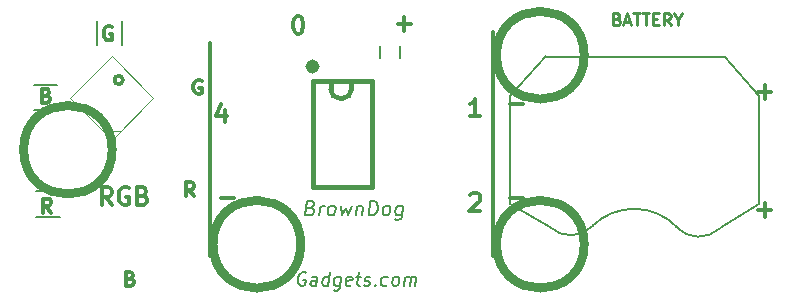
<source format=gto>
G04 #@! TF.FileFunction,Legend,Top*
%FSLAX46Y46*%
G04 Gerber Fmt 4.6, Leading zero omitted, Abs format (unit mm)*
G04 Created by KiCad (PCBNEW (2015-08-15 BZR 6092)-product) date 3/13/2016 3:57:28 PM*
%MOMM*%
G01*
G04 APERTURE LIST*
%ADD10C,0.100000*%
%ADD11C,0.300000*%
%ADD12C,0.200000*%
%ADD13C,0.250000*%
%ADD14C,0.800000*%
%ADD15C,0.600000*%
%ADD16C,0.400000*%
%ADD17C,0.150000*%
G04 APERTURE END LIST*
D10*
D11*
X117660555Y-42100000D02*
G75*
G03X117660555Y-42100000I-360555J0D01*
G01*
D12*
X133181250Y-58400000D02*
X133083631Y-58342857D01*
X132926488Y-58342857D01*
X132762203Y-58400000D01*
X132643155Y-58514286D01*
X132576489Y-58628571D01*
X132495536Y-58857143D01*
X132474108Y-59028571D01*
X132497917Y-59257143D01*
X132536012Y-59371429D01*
X132626489Y-59485714D01*
X132776488Y-59542857D01*
X132881250Y-59542857D01*
X133045536Y-59485714D01*
X133105060Y-59428571D01*
X133155060Y-59028571D01*
X132945536Y-59028571D01*
X134033631Y-59542857D02*
X134112202Y-58914286D01*
X134074107Y-58800000D01*
X133976488Y-58742857D01*
X133766965Y-58742857D01*
X133655060Y-58800000D01*
X134040774Y-59485714D02*
X133928869Y-59542857D01*
X133666965Y-59542857D01*
X133569346Y-59485714D01*
X133531250Y-59371429D01*
X133545536Y-59257143D01*
X133612203Y-59142857D01*
X133724108Y-59085714D01*
X133986012Y-59085714D01*
X134097917Y-59028571D01*
X135028869Y-59542857D02*
X135178869Y-58342857D01*
X135036012Y-59485714D02*
X134924107Y-59542857D01*
X134714584Y-59542857D01*
X134616965Y-59485714D01*
X134571727Y-59428571D01*
X134533631Y-59314286D01*
X134576488Y-58971429D01*
X134643155Y-58857143D01*
X134702679Y-58800000D01*
X134814584Y-58742857D01*
X135024107Y-58742857D01*
X135121726Y-58800000D01*
X136124107Y-58742857D02*
X136002678Y-59714286D01*
X135936012Y-59828571D01*
X135876488Y-59885714D01*
X135764584Y-59942857D01*
X135607441Y-59942857D01*
X135509822Y-59885714D01*
X136031250Y-59485714D02*
X135919345Y-59542857D01*
X135709822Y-59542857D01*
X135612203Y-59485714D01*
X135566965Y-59428571D01*
X135528869Y-59314286D01*
X135571726Y-58971429D01*
X135638393Y-58857143D01*
X135697917Y-58800000D01*
X135809822Y-58742857D01*
X136019345Y-58742857D01*
X136116964Y-58800000D01*
X136974107Y-59485714D02*
X136862202Y-59542857D01*
X136652679Y-59542857D01*
X136555060Y-59485714D01*
X136516964Y-59371429D01*
X136574107Y-58914286D01*
X136640774Y-58800000D01*
X136752679Y-58742857D01*
X136962202Y-58742857D01*
X137059821Y-58800000D01*
X137097916Y-58914286D01*
X137083631Y-59028571D01*
X136545536Y-59142857D01*
X137433631Y-58742857D02*
X137852679Y-58742857D01*
X137640774Y-58342857D02*
X137512202Y-59371429D01*
X137550298Y-59485714D01*
X137647917Y-59542857D01*
X137752679Y-59542857D01*
X138074107Y-59485714D02*
X138171726Y-59542857D01*
X138381250Y-59542857D01*
X138493154Y-59485714D01*
X138559820Y-59371429D01*
X138566963Y-59314286D01*
X138528868Y-59200000D01*
X138431250Y-59142857D01*
X138274107Y-59142857D01*
X138176488Y-59085714D01*
X138138392Y-58971429D01*
X138145535Y-58914286D01*
X138212202Y-58800000D01*
X138324107Y-58742857D01*
X138481250Y-58742857D01*
X138578868Y-58800000D01*
X139024107Y-59428571D02*
X139069345Y-59485714D01*
X139009821Y-59542857D01*
X138964583Y-59485714D01*
X139024107Y-59428571D01*
X139009821Y-59542857D01*
X140012202Y-59485714D02*
X139900297Y-59542857D01*
X139690774Y-59542857D01*
X139593155Y-59485714D01*
X139547917Y-59428571D01*
X139509821Y-59314286D01*
X139552678Y-58971429D01*
X139619345Y-58857143D01*
X139678869Y-58800000D01*
X139790774Y-58742857D01*
X140000297Y-58742857D01*
X140097916Y-58800000D01*
X140633631Y-59542857D02*
X140536012Y-59485714D01*
X140490774Y-59428571D01*
X140452678Y-59314286D01*
X140495535Y-58971429D01*
X140562202Y-58857143D01*
X140621726Y-58800000D01*
X140733631Y-58742857D01*
X140890773Y-58742857D01*
X140988392Y-58800000D01*
X141033630Y-58857143D01*
X141071725Y-58971429D01*
X141028868Y-59314286D01*
X140962202Y-59428571D01*
X140902678Y-59485714D01*
X140790773Y-59542857D01*
X140633631Y-59542857D01*
X141471726Y-59542857D02*
X141571726Y-58742857D01*
X141557440Y-58857143D02*
X141616964Y-58800000D01*
X141728869Y-58742857D01*
X141886011Y-58742857D01*
X141983630Y-58800000D01*
X142021725Y-58914286D01*
X141943154Y-59542857D01*
X142021725Y-58914286D02*
X142088392Y-58800000D01*
X142200297Y-58742857D01*
X142357440Y-58742857D01*
X142455059Y-58800000D01*
X142493154Y-58914286D01*
X142414583Y-59542857D01*
D11*
X125000000Y-39000000D02*
X125000000Y-57000000D01*
X118285714Y-58914286D02*
X118457143Y-58971429D01*
X118514286Y-59028571D01*
X118571429Y-59142857D01*
X118571429Y-59314286D01*
X118514286Y-59428571D01*
X118457143Y-59485714D01*
X118342857Y-59542857D01*
X117885714Y-59542857D01*
X117885714Y-58342857D01*
X118285714Y-58342857D01*
X118400000Y-58400000D01*
X118457143Y-58457143D01*
X118514286Y-58571429D01*
X118514286Y-58685714D01*
X118457143Y-58800000D01*
X118400000Y-58857143D01*
X118285714Y-58914286D01*
X117885714Y-58914286D01*
X123671429Y-51942857D02*
X123271429Y-51371429D01*
X122985714Y-51942857D02*
X122985714Y-50742857D01*
X123442857Y-50742857D01*
X123557143Y-50800000D01*
X123614286Y-50857143D01*
X123671429Y-50971429D01*
X123671429Y-51142857D01*
X123614286Y-51257143D01*
X123557143Y-51314286D01*
X123442857Y-51371429D01*
X122985714Y-51371429D01*
X124314286Y-42150000D02*
X124200000Y-42092857D01*
X124028571Y-42092857D01*
X123857143Y-42150000D01*
X123742857Y-42264286D01*
X123685714Y-42378571D01*
X123628571Y-42607143D01*
X123628571Y-42778571D01*
X123685714Y-43007143D01*
X123742857Y-43121429D01*
X123857143Y-43235714D01*
X124028571Y-43292857D01*
X124142857Y-43292857D01*
X124314286Y-43235714D01*
X124371429Y-43178571D01*
X124371429Y-42778571D01*
X124142857Y-42778571D01*
X116714286Y-52678571D02*
X116214286Y-51964286D01*
X115857143Y-52678571D02*
X115857143Y-51178571D01*
X116428571Y-51178571D01*
X116571429Y-51250000D01*
X116642857Y-51321429D01*
X116714286Y-51464286D01*
X116714286Y-51678571D01*
X116642857Y-51821429D01*
X116571429Y-51892857D01*
X116428571Y-51964286D01*
X115857143Y-51964286D01*
X118142857Y-51250000D02*
X118000000Y-51178571D01*
X117785714Y-51178571D01*
X117571429Y-51250000D01*
X117428571Y-51392857D01*
X117357143Y-51535714D01*
X117285714Y-51821429D01*
X117285714Y-52035714D01*
X117357143Y-52321429D01*
X117428571Y-52464286D01*
X117571429Y-52607143D01*
X117785714Y-52678571D01*
X117928571Y-52678571D01*
X118142857Y-52607143D01*
X118214286Y-52535714D01*
X118214286Y-52035714D01*
X117928571Y-52035714D01*
X119357143Y-51892857D02*
X119571429Y-51964286D01*
X119642857Y-52035714D01*
X119714286Y-52178571D01*
X119714286Y-52392857D01*
X119642857Y-52535714D01*
X119571429Y-52607143D01*
X119428571Y-52678571D01*
X118857143Y-52678571D01*
X118857143Y-51178571D01*
X119357143Y-51178571D01*
X119500000Y-51250000D01*
X119571429Y-51321429D01*
X119642857Y-51464286D01*
X119642857Y-51607143D01*
X119571429Y-51750000D01*
X119500000Y-51821429D01*
X119357143Y-51892857D01*
X118857143Y-51892857D01*
X111185714Y-43414286D02*
X111357143Y-43471429D01*
X111414286Y-43528571D01*
X111471429Y-43642857D01*
X111471429Y-43814286D01*
X111414286Y-43928571D01*
X111357143Y-43985714D01*
X111242857Y-44042857D01*
X110785714Y-44042857D01*
X110785714Y-42842857D01*
X111185714Y-42842857D01*
X111300000Y-42900000D01*
X111357143Y-42957143D01*
X111414286Y-43071429D01*
X111414286Y-43185714D01*
X111357143Y-43300000D01*
X111300000Y-43357143D01*
X111185714Y-43414286D01*
X110785714Y-43414286D01*
X116714286Y-37600000D02*
X116600000Y-37542857D01*
X116428571Y-37542857D01*
X116257143Y-37600000D01*
X116142857Y-37714286D01*
X116085714Y-37828571D01*
X116028571Y-38057143D01*
X116028571Y-38228571D01*
X116085714Y-38457143D01*
X116142857Y-38571429D01*
X116257143Y-38685714D01*
X116428571Y-38742857D01*
X116542857Y-38742857D01*
X116714286Y-38685714D01*
X116771429Y-38628571D01*
X116771429Y-38228571D01*
X116542857Y-38228571D01*
X111571429Y-53342857D02*
X111171429Y-52771429D01*
X110885714Y-53342857D02*
X110885714Y-52142857D01*
X111342857Y-52142857D01*
X111457143Y-52200000D01*
X111514286Y-52257143D01*
X111571429Y-52371429D01*
X111571429Y-52542857D01*
X111514286Y-52657143D01*
X111457143Y-52714286D01*
X111342857Y-52771429D01*
X110885714Y-52771429D01*
X149000000Y-38000000D02*
X149000000Y-57000000D01*
D13*
X159500000Y-36928571D02*
X159642857Y-36976190D01*
X159690476Y-37023810D01*
X159738095Y-37119048D01*
X159738095Y-37261905D01*
X159690476Y-37357143D01*
X159642857Y-37404762D01*
X159547619Y-37452381D01*
X159166666Y-37452381D01*
X159166666Y-36452381D01*
X159500000Y-36452381D01*
X159595238Y-36500000D01*
X159642857Y-36547619D01*
X159690476Y-36642857D01*
X159690476Y-36738095D01*
X159642857Y-36833333D01*
X159595238Y-36880952D01*
X159500000Y-36928571D01*
X159166666Y-36928571D01*
X160119047Y-37166667D02*
X160595238Y-37166667D01*
X160023809Y-37452381D02*
X160357142Y-36452381D01*
X160690476Y-37452381D01*
X160880952Y-36452381D02*
X161452381Y-36452381D01*
X161166666Y-37452381D02*
X161166666Y-36452381D01*
X161642857Y-36452381D02*
X162214286Y-36452381D01*
X161928571Y-37452381D02*
X161928571Y-36452381D01*
X162547619Y-36928571D02*
X162880953Y-36928571D01*
X163023810Y-37452381D02*
X162547619Y-37452381D01*
X162547619Y-36452381D01*
X163023810Y-36452381D01*
X164023810Y-37452381D02*
X163690476Y-36976190D01*
X163452381Y-37452381D02*
X163452381Y-36452381D01*
X163833334Y-36452381D01*
X163928572Y-36500000D01*
X163976191Y-36547619D01*
X164023810Y-36642857D01*
X164023810Y-36785714D01*
X163976191Y-36880952D01*
X163928572Y-36928571D01*
X163833334Y-36976190D01*
X163452381Y-36976190D01*
X164642857Y-36976190D02*
X164642857Y-37452381D01*
X164309524Y-36452381D02*
X164642857Y-36976190D01*
X164976191Y-36452381D01*
D12*
X133575000Y-52914286D02*
X133739286Y-52971429D01*
X133789287Y-53028571D01*
X133832144Y-53142857D01*
X133810715Y-53314286D01*
X133739287Y-53428571D01*
X133675001Y-53485714D01*
X133553572Y-53542857D01*
X133096429Y-53542857D01*
X133246429Y-52342857D01*
X133646429Y-52342857D01*
X133753572Y-52400000D01*
X133803572Y-52457143D01*
X133846429Y-52571429D01*
X133832144Y-52685714D01*
X133760715Y-52800000D01*
X133696429Y-52857143D01*
X133575000Y-52914286D01*
X133175000Y-52914286D01*
X134296429Y-53542857D02*
X134396429Y-52742857D01*
X134367857Y-52971429D02*
X134439286Y-52857143D01*
X134503572Y-52800000D01*
X134625001Y-52742857D01*
X134739286Y-52742857D01*
X135210715Y-53542857D02*
X135103572Y-53485714D01*
X135053572Y-53428571D01*
X135010714Y-53314286D01*
X135053571Y-52971429D01*
X135125000Y-52857143D01*
X135189286Y-52800000D01*
X135310715Y-52742857D01*
X135482143Y-52742857D01*
X135589286Y-52800000D01*
X135639286Y-52857143D01*
X135682143Y-52971429D01*
X135639286Y-53314286D01*
X135567858Y-53428571D01*
X135503572Y-53485714D01*
X135382143Y-53542857D01*
X135210715Y-53542857D01*
X136110715Y-52742857D02*
X136239286Y-53542857D01*
X136539285Y-52971429D01*
X136696429Y-53542857D01*
X137025000Y-52742857D01*
X137482143Y-52742857D02*
X137382143Y-53542857D01*
X137467857Y-52857143D02*
X137532143Y-52800000D01*
X137653572Y-52742857D01*
X137825000Y-52742857D01*
X137932143Y-52800000D01*
X137975000Y-52914286D01*
X137896429Y-53542857D01*
X138467857Y-53542857D02*
X138617857Y-52342857D01*
X138903572Y-52342857D01*
X139067857Y-52400000D01*
X139167857Y-52514286D01*
X139210715Y-52628571D01*
X139239286Y-52857143D01*
X139217858Y-53028571D01*
X139132143Y-53257143D01*
X139060714Y-53371429D01*
X138932143Y-53485714D01*
X138753572Y-53542857D01*
X138467857Y-53542857D01*
X139839286Y-53542857D02*
X139732143Y-53485714D01*
X139682143Y-53428571D01*
X139639285Y-53314286D01*
X139682142Y-52971429D01*
X139753571Y-52857143D01*
X139817857Y-52800000D01*
X139939286Y-52742857D01*
X140110714Y-52742857D01*
X140217857Y-52800000D01*
X140267857Y-52857143D01*
X140310714Y-52971429D01*
X140267857Y-53314286D01*
X140196429Y-53428571D01*
X140132143Y-53485714D01*
X140010714Y-53542857D01*
X139839286Y-53542857D01*
X141367857Y-52742857D02*
X141246428Y-53714286D01*
X141175000Y-53828571D01*
X141110714Y-53885714D01*
X140989286Y-53942857D01*
X140817857Y-53942857D01*
X140710714Y-53885714D01*
X141275000Y-53485714D02*
X141153571Y-53542857D01*
X140925000Y-53542857D01*
X140817857Y-53485714D01*
X140767857Y-53428571D01*
X140724999Y-53314286D01*
X140767856Y-52971429D01*
X140839285Y-52857143D01*
X140903571Y-52800000D01*
X141025000Y-52742857D01*
X141253571Y-52742857D01*
X141360714Y-52800000D01*
D11*
X147071429Y-51821429D02*
X147142858Y-51750000D01*
X147285715Y-51678571D01*
X147642858Y-51678571D01*
X147785715Y-51750000D01*
X147857144Y-51821429D01*
X147928572Y-51964286D01*
X147928572Y-52107143D01*
X147857144Y-52321429D01*
X147000001Y-53178571D01*
X147928572Y-53178571D01*
D14*
X156716517Y-56000000D02*
G75*
G03X156716517Y-56000000I-3716517J0D01*
G01*
X132716517Y-56000000D02*
G75*
G03X132716517Y-56000000I-3716517J0D01*
G01*
X116750000Y-48000000D02*
G75*
G03X116750000Y-48000000I-3750000J0D01*
G01*
X156716517Y-40000000D02*
G75*
G03X156716517Y-40000000I-3716517J0D01*
G01*
D11*
X150428572Y-44107143D02*
X151571429Y-44107143D01*
X150428572Y-52107143D02*
X151571429Y-52107143D01*
X171428572Y-43107143D02*
X172571429Y-43107143D01*
X172000000Y-43678571D02*
X172000000Y-42535714D01*
X171428572Y-53107143D02*
X172571429Y-53107143D01*
X172000000Y-53678571D02*
X172000000Y-52535714D01*
X132428572Y-36678571D02*
X132571429Y-36678571D01*
X132714286Y-36750000D01*
X132785715Y-36821429D01*
X132857144Y-36964286D01*
X132928572Y-37250000D01*
X132928572Y-37607143D01*
X132857144Y-37892857D01*
X132785715Y-38035714D01*
X132714286Y-38107143D01*
X132571429Y-38178571D01*
X132428572Y-38178571D01*
X132285715Y-38107143D01*
X132214286Y-38035714D01*
X132142858Y-37892857D01*
X132071429Y-37607143D01*
X132071429Y-37250000D01*
X132142858Y-36964286D01*
X132214286Y-36821429D01*
X132285715Y-36750000D01*
X132428572Y-36678571D01*
X125928572Y-52107143D02*
X127071429Y-52107143D01*
X147928572Y-45178571D02*
X147071429Y-45178571D01*
X147500001Y-45178571D02*
X147500001Y-43678571D01*
X147357144Y-43892857D01*
X147214286Y-44035714D01*
X147071429Y-44107143D01*
X126285715Y-44678571D02*
X126285715Y-45678571D01*
X125928572Y-44107143D02*
X125571429Y-45178571D01*
X126500001Y-45178571D01*
X140928572Y-37357143D02*
X142071429Y-37357143D01*
X141500000Y-37928571D02*
X141500000Y-36785714D01*
D15*
X134014000Y-40955000D02*
G75*
G03X134014000Y-40955000I-300000J0D01*
G01*
D10*
X117407107Y-46428427D02*
X115922183Y-46357716D01*
X116700000Y-40064466D02*
X120235534Y-43600000D01*
X120235534Y-43600000D02*
X116700000Y-47135534D01*
X116700000Y-47135534D02*
X113164466Y-43600000D01*
X113164466Y-43600000D02*
X116700000Y-40064466D01*
D16*
X136000000Y-43650000D02*
X136250000Y-43650000D01*
X135250000Y-42900000D02*
X135250000Y-42150000D01*
X137000000Y-42900000D02*
X137000000Y-42150000D01*
X136250000Y-43650000D02*
G75*
G03X137000000Y-42900000I0J750000D01*
G01*
X135250000Y-42900000D02*
G75*
G03X136000000Y-43650000I750000J0D01*
G01*
X133750000Y-42150000D02*
X133750000Y-51150000D01*
X133750000Y-51150000D02*
X138750000Y-51150000D01*
X138750000Y-51150000D02*
X138750000Y-42150000D01*
X138750000Y-42150000D02*
X133750000Y-42150000D01*
D17*
X141100000Y-40250000D02*
X141100000Y-39250000D01*
X139400000Y-39250000D02*
X139400000Y-40250000D01*
X112100000Y-44675000D02*
X110100000Y-44675000D01*
X110100000Y-42525000D02*
X112100000Y-42525000D01*
X112300000Y-53675000D02*
X110300000Y-53675000D01*
X110300000Y-51525000D02*
X112300000Y-51525000D01*
X115425000Y-39100000D02*
X115425000Y-37100000D01*
X117575000Y-37100000D02*
X117575000Y-39100000D01*
X153824500Y-54540500D02*
X150459000Y-52572000D01*
X168175500Y-54667500D02*
X171541000Y-52572000D01*
X153799100Y-54540500D02*
G75*
G03X157482100Y-54413500I1778000J1905000D01*
G01*
X164505200Y-54540500D02*
G75*
G03X168188200Y-54667500I1905000J1778000D01*
G01*
X164556000Y-54540500D02*
G75*
G03X157444000Y-54413500I-3619500J-3492500D01*
G01*
X168620000Y-40126000D02*
X171541000Y-43491500D01*
X150459000Y-43428000D02*
X153443500Y-40062500D01*
X153380000Y-40126000D02*
X168620000Y-40126000D01*
X150459000Y-52572000D02*
X150459000Y-43428000D01*
X171541000Y-52572000D02*
X171541000Y-43428000D01*
M02*

</source>
